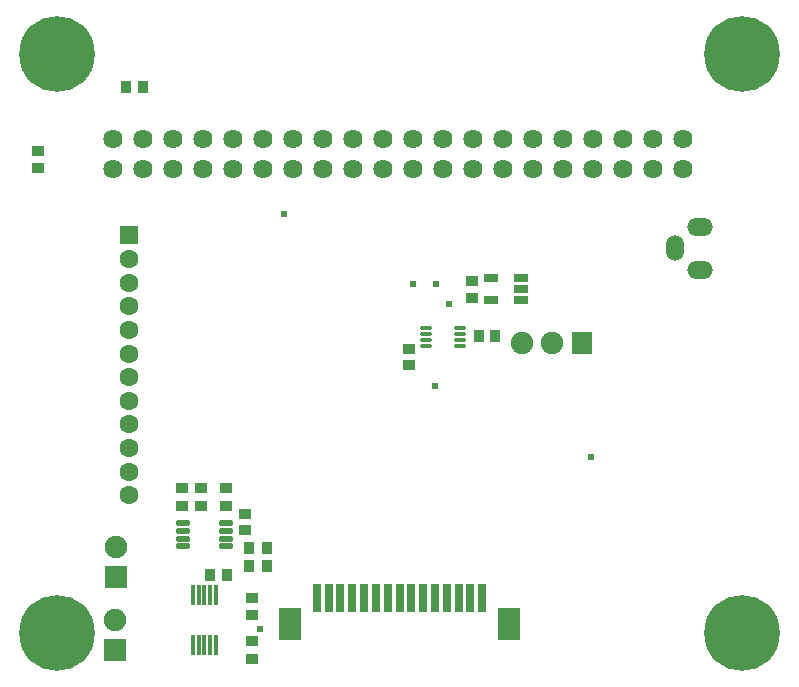
<source format=gts>
G04 Layer: TopSolderMaskLayer*
G04 EasyEDA Pro v2.1.49.573a4102.674264, 2024-02-19 19:22:48*
G04 Gerber Generator version 0.3*
G04 Scale: 100 percent, Rotated: No, Reflected: No*
G04 Dimensions in millimeters*
G04 Leading zeros omitted, absolute positions, 3 integers and 5 decimals*
%FSLAX35Y35*%
%MOMM*%
%AMRoundRect*1,1,$1,$2,$3*1,1,$1,$4,$5*1,1,$1,0-$2,0-$3*1,1,$1,0-$4,0-$5*20,1,$1,$2,$3,$4,$5,0*20,1,$1,$4,$5,0-$2,0-$3,0*20,1,$1,0-$2,0-$3,0-$4,0-$5,0*20,1,$1,0-$4,0-$5,$2,$3,0*4,1,4,$2,$3,$4,$5,0-$2,0-$3,0-$4,0-$5,$2,$3,0*%
%AMOval*1,1,$1,$2,$3*1,1,$1,$4,$5*20,1,$1,$2,$3,$4,$5,0*%
%ADD10C,6.40319*%
%ADD11C,0.6016*%
%ADD12RoundRect,0.09414X0.75294X0.75294X0.75294X-0.75294*%
%ADD13C,1.60002*%
%ADD14RoundRect,0.08875X0.3064X-1.10642X-0.3064X-1.10642*%
%ADD15RoundRect,0.09645X0.90257X1.30257X0.90257X-1.30257*%
%ADD16C,1.9016*%
%ADD17RoundRect,0.09579X0.7903X-0.9029X-0.7903X-0.9029*%
%ADD18RoundRect,0.09645X-0.90257X-0.90257X-0.90257X0.90257*%
%ADD19RoundRect,0.09131X-0.40514X0.45514X0.40514X0.45514*%
%ADD20RoundRect,0.09131X0.45514X0.40514X0.45514X-0.40514*%
%ADD21RoundRect,0.09131X0.40514X-0.45514X-0.40514X-0.45514*%
%ADD22RoundRect,0.09138X0.43712X0.40835X0.43712X-0.40835*%
%ADD23Oval,1.50002X0.0X-0.35X0.0X0.35*%
%ADD24O,2.20002X1.50002*%
%ADD25O,1.0066X0.38161*%
%ADD26O,0.38161X1.72161*%
%ADD27C,1.6256*%
%ADD28RoundRect,0.08875X-0.50642X0.30643X0.50642X0.30643*%
%ADD29RoundRect,0.09131X-0.45514X-0.40514X-0.45514X0.40514*%
%ADD30Oval,0.5016X0.4X0.0X-0.4X0.0*%
%ADD31RoundRect,0.09138X-0.40835X0.43712X0.40835X0.43712*%
G75*


G04 Pad Start*
G54D10*
G01X350020Y-400022D03*
G01X350020Y-5300012D03*
G01X6150008Y-5300012D03*
G01X6150008Y-400022D03*
G54D11*
G01X2275021Y-1751420D03*
G01X3670421Y-2511820D03*
G01X3552920Y-3210320D03*
G01X3365500Y-2349500D03*
G01X3562420Y-2345120D03*
G01X2070221Y-5264520D03*
G01X4875320Y-3808820D03*
G54D12*
G01X965200Y-1935302D03*
G54D13*
G01X965200Y-2135302D03*
G01X965200Y-2335301D03*
G01X965200Y-2535301D03*
G01X965200Y-2735301D03*
G01X965200Y-2935300D03*
G01X965200Y-3135300D03*
G01X965200Y-3335299D03*
G01X965200Y-3535299D03*
G01X965200Y-3735299D03*
G01X965200Y-3935298D03*
G01X965200Y-4135298D03*
G54D14*
G01X2551201Y-5007686D03*
G01X2651252Y-5007686D03*
G01X2751201Y-5007686D03*
G01X2851201Y-5007686D03*
G01X2951201Y-5007686D03*
G01X3051099Y-5007686D03*
G01X3151276Y-5007686D03*
G01X3251276Y-5007686D03*
G01X3351276Y-5007686D03*
G01X3451276Y-5007686D03*
G01X3551276Y-5007686D03*
G01X3651275Y-5007686D03*
G01X3751224Y-5007686D03*
G01X3851148Y-5007686D03*
G01X3951199Y-5007686D03*
G54D15*
G01X2321281Y-5228514D03*
G01X4181119Y-5228311D03*
G54D16*
G01X4292600Y-2844800D03*
G01X4546600Y-2844800D03*
G54D17*
G01X4800600Y-2844800D03*
G54D16*
G01X850900Y-4572000D03*
G54D18*
G01X850900Y-4826000D03*
G54D19*
G01X4060774Y-2788564D03*
G01X3920769Y-2788564D03*
G54D20*
G01X3329724Y-3033166D03*
G01X3329724Y-2893162D03*
G54D21*
G01X1651000Y-4806798D03*
G01X1791005Y-4806798D03*
G54D22*
G01X2001159Y-5153331D03*
G01X2001159Y-5002658D03*
G01X1407668Y-4226461D03*
G01X1407668Y-4075788D03*
G01X1572125Y-4226461D03*
G01X1572125Y-4075788D03*
G01X2006600Y-5523636D03*
G01X2006600Y-5372964D03*
G54D23*
G01X5579595Y-2044700D03*
G54D24*
G01X5799610Y-1864700D03*
G01X5799610Y-2224700D03*
G54D25*
G01X3479241Y-2718994D03*
G01X3479241Y-2769006D03*
G01X3479241Y-2818994D03*
G01X3479241Y-2869006D03*
G01X3759759Y-2718994D03*
G01X3759759Y-2769006D03*
G01X3759759Y-2818994D03*
G01X3759759Y-2869006D03*
G54D26*
G01X1500200Y-5405298D03*
G01X1550213Y-5405298D03*
G01X1600200Y-5405298D03*
G01X1650213Y-5405298D03*
G01X1700200Y-5405298D03*
G01X1500200Y-4983302D03*
G01X1550213Y-4983302D03*
G01X1600200Y-4983302D03*
G01X1650213Y-4983302D03*
G01X1700200Y-4983302D03*
G54D27*
G01X825500Y-1371600D03*
G01X825500Y-1117600D03*
G01X1079500Y-1371600D03*
G01X1079500Y-1117600D03*
G01X1333500Y-1371600D03*
G01X1333500Y-1117600D03*
G01X1587500Y-1371600D03*
G01X1587500Y-1117600D03*
G01X1841500Y-1371600D03*
G01X1841500Y-1117600D03*
G01X2095500Y-1371600D03*
G01X2095500Y-1117600D03*
G01X2349500Y-1371600D03*
G01X2349500Y-1117600D03*
G01X2603500Y-1371600D03*
G01X2603500Y-1117600D03*
G01X2857500Y-1371600D03*
G01X2857500Y-1117600D03*
G01X3111500Y-1371600D03*
G01X3111500Y-1117600D03*
G01X3365500Y-1371600D03*
G01X3365500Y-1117600D03*
G01X3619500Y-1371600D03*
G01X3619500Y-1117600D03*
G01X3873500Y-1371600D03*
G01X3873500Y-1117600D03*
G01X4127500Y-1371600D03*
G01X4127500Y-1117600D03*
G01X4381500Y-1371600D03*
G01X4381500Y-1117600D03*
G01X4635500Y-1371600D03*
G01X4635500Y-1117600D03*
G01X4889500Y-1371600D03*
G01X4889500Y-1117600D03*
G01X5143500Y-1371600D03*
G01X5143500Y-1117600D03*
G01X5397500Y-1371600D03*
G01X5397500Y-1117600D03*
G01X5651500Y-1371600D03*
G01X5651500Y-1117600D03*
G54D28*
G01X4022890Y-2482596D03*
G01X4022890Y-2292604D03*
G01X4282910Y-2292604D03*
G01X4282910Y-2387600D03*
G01X4282910Y-2482596D03*
G54D29*
G01X3863772Y-2325225D03*
G01X3863772Y-2465230D03*
G54D30*
G01X1417701Y-4372889D03*
G01X1417701Y-4437888D03*
G01X1417701Y-4502912D03*
G01X1417701Y-4567911D03*
G01X1782699Y-4567911D03*
G01X1782699Y-4502912D03*
G01X1782699Y-4437888D03*
G01X1782699Y-4372889D03*
G54D22*
G01X1779039Y-4227347D03*
G01X1779039Y-4076675D03*
G54D20*
G01X1944139Y-4431899D03*
G01X1944139Y-4291894D03*
G54D31*
G01X2127943Y-4736211D03*
G01X1977271Y-4736211D03*
G01X2128586Y-4583811D03*
G01X1977913Y-4583811D03*
G54D29*
G01X192187Y-1220325D03*
G01X192187Y-1360330D03*
G54D21*
G01X938609Y-680728D03*
G01X1078614Y-680728D03*
G54D16*
G01X840321Y-5193520D03*
G54D18*
G01X840321Y-5447520D03*
G04 Pad End*

M02*

</source>
